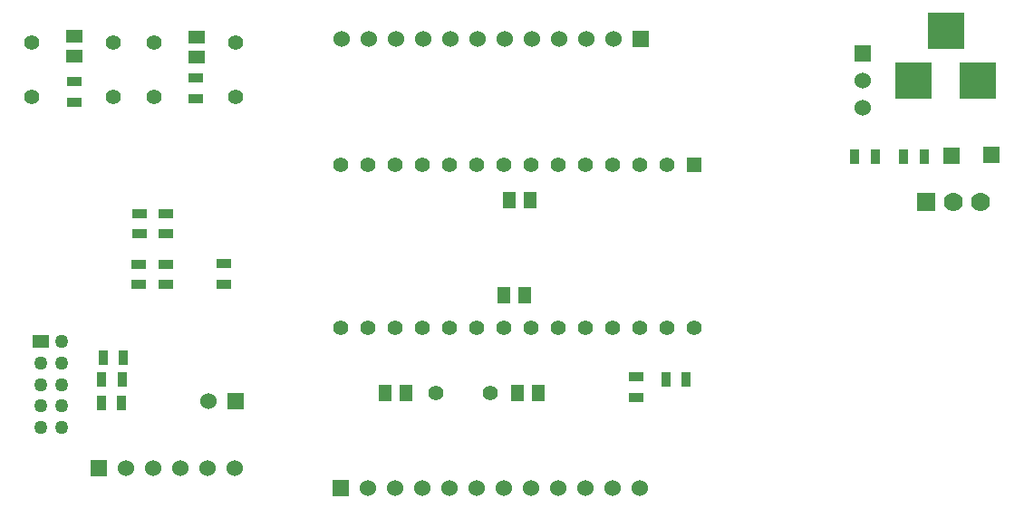
<source format=gbs>
G04 (created by PCBNEW (2013-07-07 BZR 4022)-stable) date 5/31/2014 7:32:52 PM*
%MOIN*%
G04 Gerber Fmt 3.4, Leading zero omitted, Abs format*
%FSLAX34Y34*%
G01*
G70*
G90*
G04 APERTURE LIST*
%ADD10C,0.00590551*%
%ADD11C,0.055*%
%ADD12R,0.06X0.06*%
%ADD13R,0.035X0.055*%
%ADD14R,0.055X0.035*%
%ADD15C,0.06*%
%ADD16C,0.056*%
%ADD17R,0.055X0.055*%
%ADD18R,0.0512X0.059*%
%ADD19R,0.059X0.0512*%
%ADD20R,0.1378X0.1378*%
%ADD21R,0.07X0.07*%
%ADD22C,0.07*%
%ADD23R,0.06X0.05*%
%ADD24C,0.05*%
G04 APERTURE END LIST*
G54D10*
G54D11*
X61650Y-49425D03*
X61650Y-51425D03*
X58650Y-49425D03*
X58650Y-51425D03*
X66140Y-49400D03*
X66140Y-51400D03*
X63140Y-49400D03*
X63140Y-51400D03*
G54D12*
X92480Y-53580D03*
X93960Y-53560D03*
G54D13*
X82725Y-61825D03*
X81975Y-61825D03*
G54D14*
X62575Y-57575D03*
X62575Y-58325D03*
X63575Y-57575D03*
X63575Y-58325D03*
X65700Y-58300D03*
X65700Y-57550D03*
X63575Y-55700D03*
X63575Y-56450D03*
X62600Y-55700D03*
X62600Y-56450D03*
G54D13*
X61225Y-61825D03*
X61975Y-61825D03*
X89675Y-53600D03*
X88925Y-53600D03*
X61200Y-62675D03*
X61950Y-62675D03*
X90725Y-53600D03*
X91475Y-53600D03*
G54D14*
X64675Y-51475D03*
X64675Y-50725D03*
X60200Y-51600D03*
X60200Y-50850D03*
G54D13*
X61275Y-61025D03*
X62025Y-61025D03*
G54D14*
X80875Y-61725D03*
X80875Y-62475D03*
G54D12*
X89225Y-49800D03*
G54D15*
X89225Y-50800D03*
X89225Y-51800D03*
G54D12*
X66150Y-62600D03*
G54D15*
X65150Y-62600D03*
G54D12*
X61100Y-65075D03*
G54D15*
X62100Y-65075D03*
X63100Y-65075D03*
X64100Y-65075D03*
X65100Y-65075D03*
X66100Y-65075D03*
X75000Y-65800D03*
G54D12*
X70000Y-65800D03*
G54D15*
X71000Y-65800D03*
X72000Y-65800D03*
X73000Y-65800D03*
X74000Y-65800D03*
X75000Y-65800D03*
X76000Y-65800D03*
X77000Y-65800D03*
X78000Y-65800D03*
X79000Y-65800D03*
X80000Y-65800D03*
X81000Y-65800D03*
X76050Y-49275D03*
G54D12*
X81050Y-49275D03*
G54D15*
X80050Y-49275D03*
X79050Y-49275D03*
X78050Y-49275D03*
X77050Y-49275D03*
X76050Y-49275D03*
X75050Y-49275D03*
X74050Y-49275D03*
X73050Y-49275D03*
X72050Y-49275D03*
X71050Y-49275D03*
X70050Y-49275D03*
G54D16*
X73500Y-62300D03*
X75500Y-62300D03*
G54D17*
X83000Y-53900D03*
G54D11*
X82000Y-53900D03*
X81000Y-53900D03*
X80000Y-53900D03*
X79000Y-53900D03*
X78000Y-53900D03*
X77000Y-53900D03*
X76000Y-53900D03*
X75000Y-53900D03*
X74000Y-53900D03*
X73000Y-53900D03*
X72000Y-53900D03*
X71000Y-53900D03*
X70000Y-53900D03*
X70000Y-59900D03*
X71000Y-59900D03*
X72000Y-59900D03*
X73000Y-59900D03*
X74000Y-59900D03*
X75000Y-59900D03*
X76000Y-59900D03*
X77000Y-59900D03*
X78000Y-59900D03*
X79000Y-59900D03*
X80000Y-59900D03*
X81000Y-59900D03*
X82000Y-59900D03*
X83000Y-59900D03*
G54D18*
X76025Y-58700D03*
X76775Y-58700D03*
X77275Y-62300D03*
X76525Y-62300D03*
X71650Y-62300D03*
X72400Y-62300D03*
X76225Y-55200D03*
X76975Y-55200D03*
G54D19*
X64700Y-49950D03*
X64700Y-49200D03*
X60200Y-49925D03*
X60200Y-49175D03*
G54D20*
X91084Y-50825D03*
X93446Y-50825D03*
X92265Y-48975D03*
G54D21*
X91560Y-55290D03*
G54D22*
X92560Y-55290D03*
X93560Y-55290D03*
G54D23*
X58962Y-60425D03*
G54D24*
X59750Y-60425D03*
X58962Y-61212D03*
X59750Y-61212D03*
X58962Y-62000D03*
X59750Y-62000D03*
X58962Y-62787D03*
X59750Y-62787D03*
X58962Y-63574D03*
X59750Y-63574D03*
M02*

</source>
